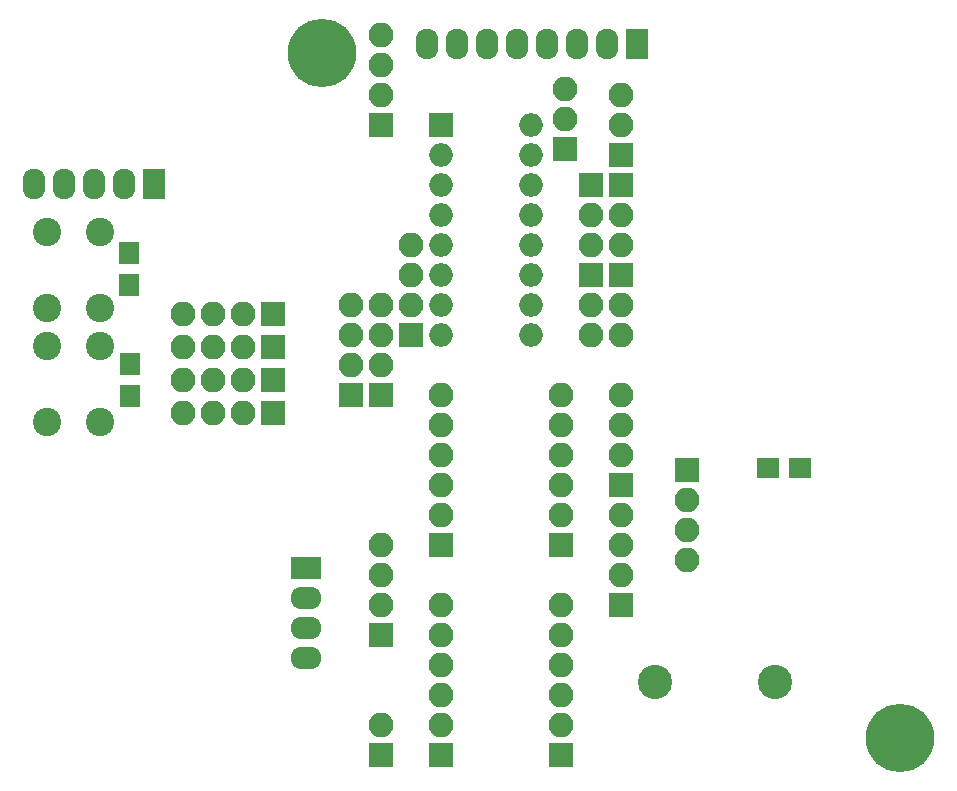
<source format=gts>
G04 #@! TF.FileFunction,Soldermask,Top*
%FSLAX46Y46*%
G04 Gerber Fmt 4.6, Leading zero omitted, Abs format (unit mm)*
G04 Created by KiCad (PCBNEW 4.0.5) date 11/02/17 16:44:31*
%MOMM*%
%LPD*%
G01*
G04 APERTURE LIST*
%ADD10C,0.100000*%
%ADD11C,5.800000*%
%ADD12C,3.100000*%
%ADD13R,2.100000X2.100000*%
%ADD14O,2.100000X2.100000*%
%ADD15R,2.000000X2.000000*%
%ADD16O,2.000000X2.000000*%
%ADD17R,2.599640X1.924000*%
%ADD18O,2.599640X1.924000*%
%ADD19C,2.899360*%
%ADD20R,1.924000X2.599640*%
%ADD21O,1.924000X2.599640*%
%ADD22R,1.700000X1.900000*%
%ADD23C,2.400000*%
%ADD24R,1.900000X1.700000*%
G04 APERTURE END LIST*
D10*
D11*
X173540000Y-123000000D03*
D12*
X173540000Y-123000000D03*
X124540000Y-65000000D03*
D13*
X145135600Y-73152000D03*
D14*
X145135600Y-70612000D03*
X145135600Y-68072000D03*
D15*
X134620000Y-71120000D03*
D16*
X142240000Y-88900000D03*
X134620000Y-73660000D03*
X142240000Y-86360000D03*
X134620000Y-76200000D03*
X142240000Y-83820000D03*
X134620000Y-78740000D03*
X142240000Y-81280000D03*
X134620000Y-81280000D03*
X142240000Y-78740000D03*
X134620000Y-83820000D03*
X142240000Y-76200000D03*
X134620000Y-86360000D03*
X142240000Y-73660000D03*
X134620000Y-88900000D03*
X142240000Y-71120000D03*
D14*
X134620000Y-93980000D03*
X134620000Y-96520000D03*
X134620000Y-99060000D03*
X134620000Y-101600000D03*
X134620000Y-104140000D03*
D13*
X134620000Y-106680000D03*
X144780000Y-106680000D03*
D14*
X144780000Y-104140000D03*
X144780000Y-101600000D03*
X144780000Y-99060000D03*
X144780000Y-96520000D03*
X144780000Y-93980000D03*
X134620000Y-111760000D03*
X134620000Y-114300000D03*
X134620000Y-116840000D03*
X134620000Y-119380000D03*
X134620000Y-121920000D03*
D13*
X134620000Y-124460000D03*
X144780000Y-124460000D03*
D14*
X144780000Y-121920000D03*
X144780000Y-119380000D03*
X144780000Y-116840000D03*
X144780000Y-114300000D03*
X144780000Y-111760000D03*
D13*
X149860000Y-101600000D03*
D14*
X149860000Y-99060000D03*
X149860000Y-96520000D03*
X149860000Y-93980000D03*
D13*
X149860000Y-76200000D03*
D14*
X149860000Y-78740000D03*
X149860000Y-81280000D03*
D13*
X147320000Y-76200000D03*
D14*
X147320000Y-78740000D03*
X147320000Y-81280000D03*
D13*
X149860000Y-83820000D03*
D14*
X149860000Y-86360000D03*
X149860000Y-88900000D03*
D13*
X147320000Y-83820000D03*
D14*
X147320000Y-86360000D03*
X147320000Y-88900000D03*
D13*
X129540000Y-93980000D03*
D14*
X129540000Y-91440000D03*
X129540000Y-88900000D03*
X129540000Y-86360000D03*
D13*
X129540000Y-114300000D03*
D14*
X129540000Y-111760000D03*
X129540000Y-109220000D03*
X129540000Y-106680000D03*
D13*
X127000000Y-93980000D03*
D14*
X127000000Y-91440000D03*
X127000000Y-88900000D03*
X127000000Y-86360000D03*
D13*
X149860000Y-111760000D03*
D14*
X149860000Y-109220000D03*
X149860000Y-106680000D03*
X149860000Y-104140000D03*
D13*
X149860000Y-73660000D03*
D14*
X149860000Y-71120000D03*
X149860000Y-68580000D03*
D13*
X132080000Y-88900000D03*
D14*
X132080000Y-86360000D03*
X132080000Y-83820000D03*
X132080000Y-81280000D03*
D17*
X123190000Y-108585000D03*
D18*
X123190000Y-111125000D03*
X123190000Y-113665000D03*
X123190000Y-116205000D03*
D13*
X129540000Y-124460000D03*
D14*
X129540000Y-121920000D03*
D19*
X162941000Y-118237000D03*
X152781000Y-118237000D03*
D20*
X110363000Y-76073000D03*
D21*
X107823000Y-76073000D03*
X105283000Y-76073000D03*
X102743000Y-76073000D03*
X100203000Y-76073000D03*
D20*
X151257000Y-64262000D03*
D21*
X148717000Y-64262000D03*
X146177000Y-64262000D03*
X143637000Y-64262000D03*
X141097000Y-64262000D03*
X138557000Y-64262000D03*
X136017000Y-64262000D03*
X133477000Y-64262000D03*
D22*
X108331000Y-94060000D03*
X108331000Y-91360000D03*
X108204000Y-81962000D03*
X108204000Y-84662000D03*
D23*
X101291000Y-89789000D03*
X105791000Y-89789000D03*
X101291000Y-96289000D03*
X105791000Y-96289000D03*
X101291000Y-80137000D03*
X105791000Y-80137000D03*
X101291000Y-86637000D03*
X105791000Y-86637000D03*
D24*
X162353000Y-100139500D03*
X165053000Y-100139500D03*
D13*
X155448000Y-100330000D03*
D14*
X155448000Y-102870000D03*
X155448000Y-105410000D03*
X155448000Y-107950000D03*
D13*
X120396000Y-87122000D03*
D14*
X117856000Y-87122000D03*
X115316000Y-87122000D03*
X112776000Y-87122000D03*
D13*
X120396000Y-89916000D03*
D14*
X117856000Y-89916000D03*
X115316000Y-89916000D03*
X112776000Y-89916000D03*
D13*
X120396000Y-92710000D03*
D14*
X117856000Y-92710000D03*
X115316000Y-92710000D03*
X112776000Y-92710000D03*
D13*
X120396000Y-95504000D03*
D14*
X117856000Y-95504000D03*
X115316000Y-95504000D03*
X112776000Y-95504000D03*
D13*
X129540000Y-71125080D03*
D14*
X129540000Y-68585080D03*
X129540000Y-66045080D03*
X129540000Y-63505080D03*
D11*
X124540000Y-65000000D03*
M02*

</source>
